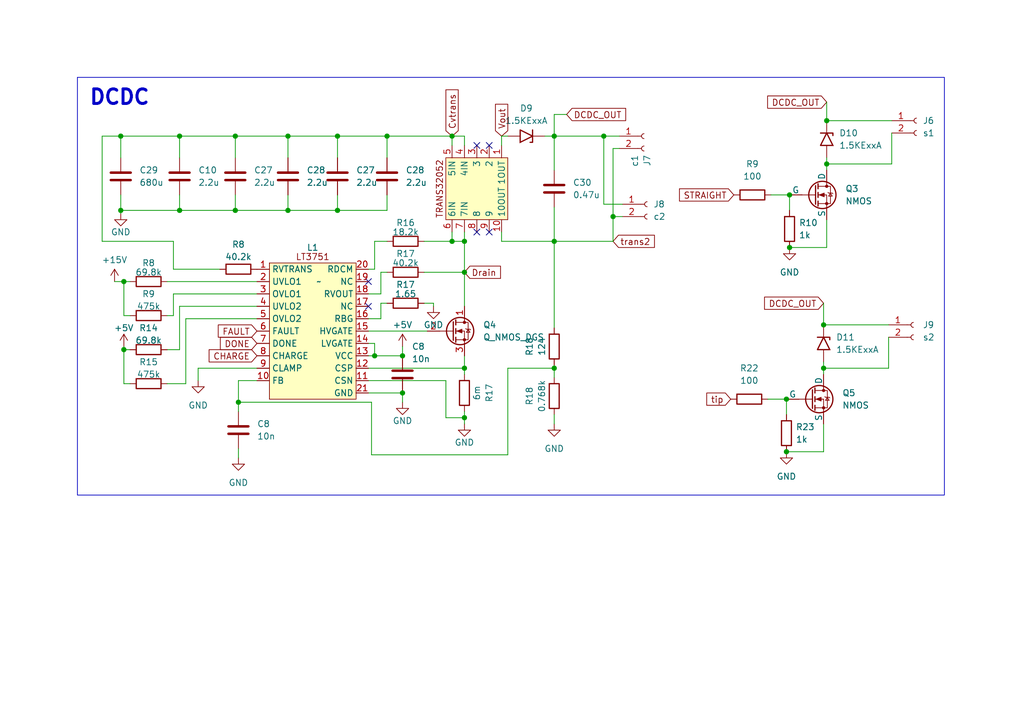
<source format=kicad_sch>
(kicad_sch (version 20230121) (generator eeschema)
  (paper "A5")
  (title_block (title "dcdc_lt3751") (date "2023-11-13") (company "Ri-one_ssl") (comment 1 "designed by Kotaro Ochiishi"))
  (lib_symbols
    (symbol "Connector:Conn_01x02_Socket" (pin_names (offset 1.016) hide)
      (property "Reference" "J" (at 0 2.54 0))
      (property "Value" "Conn_01x02_Socket" (at 0 -5.08 0))
      (symbol "Conn_01x02_Socket_1_1"
        (arc (start 0 -2.032) (mid -0.5058 -2.54) (end 0 -3.048) (stroke (width 0.1524)))
        (polyline (pts (xy -1.27 -2.54) (xy -0.508 -2.54)) (stroke (width 0.1524)))
        (polyline (pts (xy -1.27 0) (xy -0.508 0)) (stroke (width 0.1524)))
        (arc (start 0 0.508) (mid -0.5058 0) (end 0 -0.508) (stroke (width 0.1524)))
        (pin passive line (at -5.08 0 0) (length 3.81) (name "Pin_1") (number "1"))
        (pin passive line (at -5.08 -2.54 0) (length 3.81) (name "Pin_2") (number "2"))
      )
    )
    (symbol "DCDC:32052"
      (symbol "32052_1_1"
        (rectangle (start -6.35 7.62) (end 6.35 -5.08) (fill (type background)))
        (text "TRANS32052" (at 0 8.89 0) (effects (font (size 1.27 1.27))))
        (pin input line (at 8.89 -3.81 180) (length 2.54) (name "1OUT") (number "1"))
        (pin input line (at -8.89 -3.81 0) (length 2.54) (name "10OUT") (number "10"))
        (pin input line (at 8.89 -1.27 180) (length 2.54) (name "2") (number "2"))
        (pin input line (at 8.89 1.27 180) (length 2.54) (name "3") (number "3"))
        (pin input line (at 8.89 3.81 180) (length 2.54) (name "4IN") (number "4"))
        (pin input line (at 8.89 6.35 180) (length 2.54) (name "5IN") (number "5"))
        (pin input line (at -8.89 6.35 0) (length 2.54) (name "6IN") (number "6"))
        (pin input line (at -8.89 3.81 0) (length 2.54) (name "7IN") (number "7"))
        (pin input line (at -8.89 1.27 0) (length 2.54) (name "8") (number "8"))
        (pin input line (at -8.89 -1.27 0) (length 2.54) (name "9") (number "9"))
      )
    )
    (symbol "DCDC:LT3751"
      (property "Reference" "L1" (at -11.43 29.845 0))
      (property "Value" "~" (at -10.16 22.86 0))
      (symbol "LT3751_1_1"
        (rectangle (start -20.32 26.67) (end -2.54 -1.27) (fill (type background)))
        (text "LT3751" (at -11.43 27.94 0) (effects (font (size 1.27 1.27))))
        (pin input line (at -22.86 25.4 0) (length 2.54) (name "RVTRANS") (number "1"))
        (pin input line (at -22.86 2.54 0) (length 2.54) (name "FB") (number "10"))
        (pin input line (at 0 2.54 180) (length 2.54) (name "CSN") (number "11"))
        (pin input line (at 0 5.08 180) (length 2.54) (name "CSP") (number "12"))
        (pin input line (at 0 7.62 180) (length 2.54) (name "VCC") (number "13"))
        (pin input line (at 0 10.16 180) (length 2.54) (name "LVGATE") (number "14"))
        (pin input line (at 0 12.7 180) (length 2.54) (name "HVGATE") (number "15"))
        (pin input line (at 0 15.24 180) (length 2.54) (name "RBG") (number "16"))
        (pin input line (at 0 17.78 180) (length 2.54) (name "NC") (number "17"))
        (pin input line (at 0 20.32 180) (length 2.54) (name "RVOUT") (number "18"))
        (pin input line (at 0 22.86 180) (length 2.54) (name "NC") (number "19"))
        (pin input line (at -22.86 22.86 0) (length 2.54) (name "UVLO1") (number "2"))
        (pin input line (at 0 25.4 180) (length 2.54) (name "RDCM") (number "20"))
        (pin input line (at 0 0 180) (length 2.54) (name "GND") (number "21"))
        (pin input line (at -22.86 20.32 0) (length 2.54) (name "OVLO1") (number "3"))
        (pin input line (at -22.86 17.78 0) (length 2.54) (name "UVLO2") (number "4"))
        (pin input line (at -22.86 15.24 0) (length 2.54) (name "OVLO2") (number "5"))
        (pin input line (at -22.86 12.7 0) (length 2.54) (name "FAULT") (number "6"))
        (pin input line (at -22.86 10.16 0) (length 2.54) (name "DONE") (number "7"))
        (pin input line (at -22.86 7.62 0) (length 2.54) (name "CHARGE") (number "8"))
        (pin input line (at -22.86 5.08 0) (length 2.54) (name "CLAMP") (number "9"))
      )
    )
    (symbol "Device:C" (pin_numbers hide) (pin_names (offset 0.254))
      (property "Reference" "C" (at 0.635 2.54 0))
      (property "Value" "C" (at 0.635 -2.54 0))
      (symbol "C_0_1"
        (polyline (pts (xy -2.032 -0.762) (xy 2.032 -0.762)) (stroke (width 0.508)))
        (polyline (pts (xy -2.032 0.762) (xy 2.032 0.762)) (stroke (width 0.508)))
      )
      (symbol "C_1_1"
        (pin passive line (at 0 3.81 270) (length 2.794) (name "~") (number "1"))
        (pin passive line (at 0 -3.81 90) (length 2.794) (name "~") (number "2"))
      )
    )
    (symbol "Device:Q_NMOS_DGS" (pin_names (offset 0) hide)
      (property "Reference" "Q" (at 5.08 1.27 0))
      (property "Value" "Q_NMOS_DGS" (at 5.08 -1.27 0))
      (symbol "Q_NMOS_DGS_0_1"
        (polyline (pts (xy 0.254 0) (xy -2.54 0)))
        (polyline (pts (xy 0.254 1.905) (xy 0.254 -1.905)) (stroke (width 0.254)))
        (polyline (pts (xy 0.762 -1.27) (xy 0.762 -2.286)) (stroke (width 0.254)))
        (polyline (pts (xy 0.762 0.508) (xy 0.762 -0.508)) (stroke (width 0.254)))
        (polyline (pts (xy 0.762 2.286) (xy 0.762 1.27)) (stroke (width 0.254)))
        (polyline (pts (xy 2.54 2.54) (xy 2.54 1.778)))
        (polyline (pts (xy 2.54 -2.54) (xy 2.54 0) (xy 0.762 0)))
        (polyline (pts (xy 0.762 -1.778) (xy 3.302 -1.778) (xy 3.302 1.778) (xy 0.762 1.778)))
        (polyline (pts (xy 1.016 0) (xy 2.032 0.381) (xy 2.032 -0.381) (xy 1.016 0)) (fill (type outline)))
        (polyline (pts (xy 2.794 0.508) (xy 2.921 0.381) (xy 3.683 0.381) (xy 3.81 0.254)))
        (polyline (pts (xy 3.302 0.381) (xy 2.921 -0.254) (xy 3.683 -0.254) (xy 3.302 0.381)))
        (circle (center 1.651 0) (radius 2.794) (stroke (width 0.254)))
        (circle (center 2.54 -1.778) (radius 0.254) (fill (type outline)))
        (circle (center 2.54 1.778) (radius 0.254) (fill (type outline)))
      )
      (symbol "Q_NMOS_DGS_1_1"
        (pin passive line (at 2.54 5.08 270) (length 2.54) (name "D") (number "1"))
        (pin input line (at -5.08 0 0) (length 2.54) (name "G") (number "2"))
        (pin passive line (at 2.54 -5.08 90) (length 2.54) (name "S") (number "3"))
      )
    )
    (symbol "Device:R" (pin_numbers hide) (pin_names (offset 0))
      (property "Reference" "R" (at 2.032 0 90))
      (property "Value" "R" (at 0 0 90))
      (symbol "R_0_1"
        (rectangle (start -1.016 -2.54) (end 1.016 2.54) (stroke (width 0.254)))
      )
      (symbol "R_1_1"
        (pin passive line (at 0 3.81 270) (length 1.27) (name "~") (number "1"))
        (pin passive line (at 0 -3.81 90) (length 1.27) (name "~") (number "2"))
      )
    )
    (symbol "Diode:1.5KExxA" (pin_numbers hide) (pin_names (offset 1.016) hide)
      (property "Reference" "D" (at 0 2.54 0))
      (property "Value" "1.5KExxA" (at 0 -2.54 0))
      (symbol "1.5KExxA_0_1"
        (polyline (pts (xy -0.762 1.27) (xy -1.27 1.27) (xy -1.27 -1.27)) (stroke (width 0.254)))
        (polyline (pts (xy 1.27 1.27) (xy 1.27 -1.27) (xy -1.27 0) (xy 1.27 1.27)) (stroke (width 0.254)))
      )
      (symbol "1.5KExxA_1_1"
        (pin passive line (at -3.81 0 0) (length 2.54) (name "A1") (number "1"))
        (pin passive line (at 3.81 0 180) (length 2.54) (name "A2") (number "2"))
      )
    )
    (symbol "Simulation_SPICE:NMOS" (pin_numbers hide) (pin_names (offset 0))
      (property "Reference" "Q" (at 5.08 1.27 0))
      (property "Value" "NMOS" (at 5.08 -1.27 0))
      (symbol "NMOS_0_1"
        (polyline (pts (xy 0.254 0) (xy -2.54 0)))
        (polyline (pts (xy 0.254 1.905) (xy 0.254 -1.905)) (stroke (width 0.254)))
        (polyline (pts (xy 0.762 -1.27) (xy 0.762 -2.286)) (stroke (width 0.254)))
        (polyline (pts (xy 0.762 0.508) (xy 0.762 -0.508)) (stroke (width 0.254)))
        (polyline (pts (xy 0.762 2.286) (xy 0.762 1.27)) (stroke (width 0.254)))
        (polyline (pts (xy 2.54 2.54) (xy 2.54 1.778)))
        (polyline (pts (xy 2.54 -2.54) (xy 2.54 0) (xy 0.762 0)))
        (polyline (pts (xy 0.762 -1.778) (xy 3.302 -1.778) (xy 3.302 1.778) (xy 0.762 1.778)))
        (polyline (pts (xy 1.016 0) (xy 2.032 0.381) (xy 2.032 -0.381) (xy 1.016 0)) (fill (type outline)))
        (polyline (pts (xy 2.794 0.508) (xy 2.921 0.381) (xy 3.683 0.381) (xy 3.81 0.254)))
        (polyline (pts (xy 3.302 0.381) (xy 2.921 -0.254) (xy 3.683 -0.254) (xy 3.302 0.381)))
        (circle (center 1.651 0) (radius 2.794) (stroke (width 0.254)))
        (circle (center 2.54 -1.778) (radius 0.254) (fill (type outline)))
        (circle (center 2.54 1.778) (radius 0.254) (fill (type outline)))
      )
      (symbol "NMOS_1_1"
        (pin passive line (at 2.54 5.08 270) (length 2.54) (name "D") (number "1"))
        (pin input line (at -5.08 0 0) (length 2.54) (name "G") (number "2"))
        (pin passive line (at 2.54 -5.08 90) (length 2.54) (name "S") (number "3"))
      )
    )
    (symbol "power:+15V" (power) (pin_names (offset 0))
      (property "Value" "+15V" (at 0 3.556 0))
      (symbol "+15V_0_1"
        (polyline (pts (xy -0.762 1.27) (xy 0 2.54)))
        (polyline (pts (xy 0 0) (xy 0 2.54)))
        (polyline (pts (xy 0 2.54) (xy 0.762 1.27)))
      )
      (symbol "+15V_1_1"
        (pin power_in line (at 0 0 90) (length 0) hide (name "+15V") (number "1"))
      )
    )
    (symbol "power:+5V" (power) (pin_names (offset 0))
      (property "Value" "+5V" (at 0 3.556 0))
      (symbol "+5V_0_1"
        (polyline (pts (xy -0.762 1.27) (xy 0 2.54)))
        (polyline (pts (xy 0 0) (xy 0 2.54)))
        (polyline (pts (xy 0 2.54) (xy 0.762 1.27)))
      )
      (symbol "+5V_1_1"
        (pin power_in line (at 0 0 90) (length 0) hide (name "+5V") (number "1"))
      )
    )
    (symbol "power:GND" (power) (pin_names (offset 0))
      (property "Value" "GND" (at 0 -3.81 0))
      (symbol "GND_0_1"
        (polyline (pts (xy 0 0) (xy 0 -1.27) (xy 1.27 -1.27) (xy 0 -2.54) (xy -1.27 -1.27) (xy 0 -1.27)))
      )
      (symbol "GND_1_1"
        (pin power_in line (at 0 0 270) (length 0) hide (name "GND") (number "1"))
      )
    )
  )
  (junction (at 113.665 49.53))
  (junction (at 169.545 24.765))
  (junction (at 161.29 81.915))
  (junction (at 123.825 27.94))
  (junction (at 161.925 50.8))
  (junction (at 168.91 75.565))
  (junction (at 76.835 73.025))
  (junction (at 25.4 57.785))
  (junction (at 161.29 92.71))
  (junction (at 79.375 27.94))
  (junction (at 59.055 27.94))
  (junction (at 169.545 33.655))
  (junction (at 95.25 85.725))
  (junction (at 36.83 27.94))
  (junction (at 92.71 27.94))
  (junction (at 113.665 27.94))
  (junction (at 48.26 27.94))
  (junction (at 82.55 73.025))
  (junction (at 161.925 40.005))
  (junction (at 69.215 27.94))
  (junction (at 125.73 44.45))
  (junction (at 24.765 27.94))
  (junction (at 48.895 82.55))
  (junction (at 113.665 75.565))
  (junction (at 95.25 75.565))
  (junction (at 95.25 49.53))
  (junction (at 25.4 71.755))
  (junction (at 36.83 43.18))
  (junction (at 59.055 43.18))
  (junction (at 95.25 55.88))
  (junction (at 82.55 80.645))
  (junction (at 24.765 43.18))
  (junction (at 168.91 66.675))
  (junction (at 92.71 49.53))
  (junction (at 69.215 43.18))
  (junction (at 48.26 43.18))
  (no_connect (at 75.565 57.785))
  (no_connect (at 75.565 62.865))
  (no_connect (at 100.33 47.625))
  (no_connect (at 97.79 47.625))
  (no_connect (at 100.33 29.845))
  (no_connect (at 97.79 29.845))
  (wire (pts (xy 113.665 74.93) (xy 113.665 75.565)))
  (wire (pts (xy 76.835 49.53) (xy 79.375 49.53)))
  (wire (pts (xy 25.4 64.77) (xy 26.67 64.77)))
  (wire (pts (xy 113.665 27.94) (xy 123.825 27.94)))
  (wire (pts (xy 168.91 86.995) (xy 168.91 92.71)))
  (wire (pts (xy 92.71 49.53) (xy 95.25 49.53)))
  (wire (pts (xy 95.25 75.565) (xy 95.25 73.025)))
  (wire (pts (xy 78.105 55.88) (xy 78.105 60.325)))
  (wire (pts (xy 113.665 49.53) (xy 113.665 67.31)))
  (wire (pts (xy 113.665 75.565) (xy 113.665 77.47)))
  (wire (pts (xy 123.825 27.94) (xy 123.825 41.91)))
  (wire (pts (xy 113.665 49.53) (xy 125.73 49.53)))
  (wire (pts (xy 59.055 27.94) (xy 59.055 32.385)))
  (wire (pts (xy 113.665 27.94) (xy 113.665 34.925)))
  (wire (pts (xy 24.765 27.94) (xy 36.83 27.94)))
  (wire (pts (xy 48.26 40.005) (xy 48.26 43.18)))
  (wire (pts (xy 36.83 43.18) (xy 48.26 43.18)))
  (wire (pts (xy 91.44 85.725) (xy 95.25 85.725)))
  (wire (pts (xy 82.55 73.025) (xy 76.835 73.025)))
  (wire (pts (xy 104.14 93.345) (xy 76.2 93.345)))
  (wire (pts (xy 35.56 64.77) (xy 34.29 64.77)))
  (wire (pts (xy 157.48 81.915) (xy 161.29 81.915)))
  (wire (pts (xy 169.545 20.955) (xy 169.545 24.765)))
  (wire (pts (xy 79.375 43.18) (xy 69.215 43.18)))
  (wire (pts (xy 38.1 65.405) (xy 38.1 78.74)))
  (wire (pts (xy 86.995 49.53) (xy 92.71 49.53)))
  (wire (pts (xy 79.375 27.94) (xy 79.375 32.385)))
  (wire (pts (xy 25.4 71.755) (xy 26.67 71.755)))
  (wire (pts (xy 48.895 82.55) (xy 48.895 84.455)))
  (wire (pts (xy 24.765 43.815) (xy 24.765 43.18)))
  (wire (pts (xy 35.56 49.53) (xy 35.56 55.245)))
  (wire (pts (xy 102.87 49.53) (xy 113.665 49.53)))
  (wire (pts (xy 161.925 40.005) (xy 161.925 43.18)))
  (wire (pts (xy 95.25 27.94) (xy 92.71 27.94)))
  (wire (pts (xy 169.545 24.765) (xy 182.88 24.765)))
  (wire (pts (xy 36.83 43.18) (xy 36.83 40.005)))
  (wire (pts (xy 168.91 62.23) (xy 168.91 66.675)))
  (wire (pts (xy 76.2 93.345) (xy 76.2 82.55)))
  (wire (pts (xy 86.995 62.23) (xy 88.9 62.23)))
  (wire (pts (xy 38.1 78.74) (xy 34.29 78.74)))
  (wire (pts (xy 82.55 82.55) (xy 82.55 80.645)))
  (wire (pts (xy 95.25 75.565) (xy 95.25 76.835)))
  (wire (pts (xy 69.215 27.94) (xy 79.375 27.94)))
  (wire (pts (xy 82.55 71.12) (xy 82.55 73.025)))
  (wire (pts (xy 78.105 60.325) (xy 75.565 60.325)))
  (wire (pts (xy 25.4 71.755) (xy 25.4 78.74)))
  (wire (pts (xy 75.565 70.485) (xy 76.835 70.485)))
  (wire (pts (xy 48.895 82.55) (xy 76.2 82.55)))
  (wire (pts (xy 91.44 78.105) (xy 91.44 85.725)))
  (wire (pts (xy 75.565 55.245) (xy 76.835 55.245)))
  (wire (pts (xy 75.565 75.565) (xy 95.25 75.565)))
  (wire (pts (xy 34.29 71.755) (xy 36.83 71.755)))
  (wire (pts (xy 76.835 73.025) (xy 75.565 73.025)))
  (wire (pts (xy 102.87 47.625) (xy 102.87 49.53)))
  (wire (pts (xy 168.91 75.565) (xy 182.245 75.565)))
  (wire (pts (xy 35.56 60.325) (xy 52.705 60.325)))
  (wire (pts (xy 78.105 55.88) (xy 79.375 55.88)))
  (wire (pts (xy 23.495 57.785) (xy 25.4 57.785)))
  (wire (pts (xy 48.26 27.94) (xy 59.055 27.94)))
  (wire (pts (xy 95.25 29.845) (xy 95.25 27.94)))
  (wire (pts (xy 92.71 27.94) (xy 92.71 29.845)))
  (wire (pts (xy 168.91 74.295) (xy 168.91 75.565)))
  (wire (pts (xy 88.9 62.23) (xy 88.9 62.865)))
  (wire (pts (xy 95.25 55.88) (xy 95.25 62.865)))
  (wire (pts (xy 76.835 70.485) (xy 76.835 73.025)))
  (wire (pts (xy 59.055 43.18) (xy 59.055 40.005)))
  (wire (pts (xy 76.835 55.245) (xy 76.835 49.53)))
  (wire (pts (xy 40.64 78.105) (xy 40.64 75.565)))
  (wire (pts (xy 111.76 27.94) (xy 113.665 27.94)))
  (wire (pts (xy 75.565 67.945) (xy 87.63 67.945)))
  (wire (pts (xy 36.83 27.94) (xy 48.26 27.94)))
  (wire (pts (xy 169.545 32.385) (xy 169.545 33.655)))
  (wire (pts (xy 36.83 71.755) (xy 36.83 62.865)))
  (wire (pts (xy 20.955 49.53) (xy 20.955 27.94)))
  (wire (pts (xy 35.56 55.245) (xy 45.085 55.245)))
  (wire (pts (xy 36.83 27.94) (xy 36.83 32.385)))
  (wire (pts (xy 78.105 62.23) (xy 79.375 62.23)))
  (wire (pts (xy 113.665 85.09) (xy 113.665 86.995)))
  (wire (pts (xy 40.64 75.565) (xy 52.705 75.565)))
  (wire (pts (xy 123.825 41.91) (xy 127.635 41.91)))
  (wire (pts (xy 20.955 27.94) (xy 24.765 27.94)))
  (wire (pts (xy 69.215 40.005) (xy 69.215 43.18)))
  (wire (pts (xy 24.765 40.005) (xy 24.765 43.18)))
  (wire (pts (xy 48.895 78.105) (xy 52.705 78.105)))
  (wire (pts (xy 169.545 33.655) (xy 169.545 34.925)))
  (wire (pts (xy 182.88 33.655) (xy 182.88 27.305)))
  (wire (pts (xy 169.545 45.085) (xy 169.545 50.8)))
  (wire (pts (xy 25.4 71.12) (xy 25.4 71.755)))
  (wire (pts (xy 169.545 50.8) (xy 161.925 50.8)))
  (wire (pts (xy 95.25 49.53) (xy 95.25 47.625)))
  (wire (pts (xy 102.87 29.845) (xy 102.87 27.94)))
  (wire (pts (xy 92.71 47.625) (xy 92.71 49.53)))
  (wire (pts (xy 123.825 27.94) (xy 127 27.94)))
  (wire (pts (xy 168.91 66.675) (xy 182.245 66.675)))
  (wire (pts (xy 75.565 78.105) (xy 91.44 78.105)))
  (wire (pts (xy 35.56 60.325) (xy 35.56 64.77)))
  (wire (pts (xy 95.25 49.53) (xy 95.25 55.88)))
  (wire (pts (xy 34.29 57.785) (xy 52.705 57.785)))
  (wire (pts (xy 25.4 57.785) (xy 26.67 57.785)))
  (wire (pts (xy 125.73 44.45) (xy 127.635 44.45)))
  (wire (pts (xy 75.565 80.645) (xy 82.55 80.645)))
  (wire (pts (xy 127 30.48) (xy 125.73 30.48)))
  (wire (pts (xy 168.91 92.71) (xy 161.29 92.71)))
  (wire (pts (xy 25.4 78.74) (xy 26.67 78.74)))
  (wire (pts (xy 125.73 49.53) (xy 125.73 44.45)))
  (wire (pts (xy 113.665 49.53) (xy 113.665 42.545)))
  (wire (pts (xy 182.245 75.565) (xy 182.245 69.215)))
  (wire (pts (xy 95.25 84.455) (xy 95.25 85.725)))
  (wire (pts (xy 102.87 27.94) (xy 104.14 27.94)))
  (wire (pts (xy 95.25 85.725) (xy 95.25 86.995)))
  (wire (pts (xy 75.565 65.405) (xy 78.105 65.405)))
  (wire (pts (xy 59.055 43.18) (xy 69.215 43.18)))
  (wire (pts (xy 113.665 23.495) (xy 113.665 27.94)))
  (wire (pts (xy 25.4 57.785) (xy 25.4 64.77)))
  (wire (pts (xy 48.895 92.075) (xy 48.895 93.98)))
  (wire (pts (xy 168.91 75.565) (xy 168.91 76.835)))
  (wire (pts (xy 36.83 62.865) (xy 52.705 62.865)))
  (wire (pts (xy 79.375 27.94) (xy 92.71 27.94)))
  (wire (pts (xy 104.14 75.565) (xy 104.14 93.345)))
  (wire (pts (xy 38.1 65.405) (xy 52.705 65.405)))
  (wire (pts (xy 48.26 43.18) (xy 59.055 43.18)))
  (wire (pts (xy 48.26 27.94) (xy 48.26 32.385)))
  (wire (pts (xy 86.995 55.88) (xy 95.25 55.88)))
  (wire (pts (xy 48.895 78.105) (xy 48.895 82.55)))
  (wire (pts (xy 161.29 81.915) (xy 161.29 85.09)))
  (wire (pts (xy 24.765 43.18) (xy 36.83 43.18)))
  (wire (pts (xy 35.56 49.53) (xy 20.955 49.53)))
  (wire (pts (xy 116.205 23.495) (xy 113.665 23.495)))
  (wire (pts (xy 125.73 30.48) (xy 125.73 44.45)))
  (wire (pts (xy 59.055 27.94) (xy 69.215 27.94)))
  (wire (pts (xy 78.105 65.405) (xy 78.105 62.23)))
  (wire (pts (xy 158.115 40.005) (xy 161.925 40.005)))
  (wire (pts (xy 24.765 32.385) (xy 24.765 27.94)))
  (wire (pts (xy 113.665 75.565) (xy 104.14 75.565)))
  (wire (pts (xy 79.375 40.005) (xy 79.375 43.18)))
  (wire (pts (xy 169.545 33.655) (xy 182.88 33.655)))
  (wire (pts (xy 69.215 27.94) (xy 69.215 32.385)))
  (text_box "DCDC" (at 15.875 15.875 0) (size 177.8 85.725) (effects (font (size 3 3) (thickness 0.6) bold) (justify left top)))
  (global_label "DONE" (shape input) (at 52.705 70.485 180) (property "Intersheetrefs" "${INTERSHEET_REFS}" (effects hide)))
  (global_label "Drain" (shape input) (at 95.25 55.88 0) (property "Intersheetrefs" "${INTERSHEET_REFS}" (effects hide)))
  (global_label "CHARGE" (shape input) (at 52.705 73.025 180) (property "Intersheetrefs" "${INTERSHEET_REFS}" (effects hide)))
  (global_label "STRAIGHT" (shape input) (at 150.495 40.005 180) (property "Intersheetrefs" "${INTERSHEET_REFS}" (effects hide)))
  (global_label "DCDC_OUT" (shape input) (at 116.205 23.495 0) (property "Intersheetrefs" "${INTERSHEET_REFS}" (effects hide)))
  (global_label "DCDC_OUT" (shape input) (at 169.545 20.955 180) (property "Intersheetrefs" "${INTERSHEET_REFS}" (effects hide)))
  (global_label "DCDC_OUT" (shape input) (at 168.91 62.23 180) (property "Intersheetrefs" "${INTERSHEET_REFS}" (effects hide)))
  (global_label "tip" (shape input) (at 149.86 81.915 180) (property "Intersheetrefs" "${INTERSHEET_REFS}" (effects hide)))
  (global_label "trans2" (shape input) (at 125.73 49.53 0) (property "Intersheetrefs" "${INTERSHEET_REFS}" (effects hide)))
  (global_label "FAULT" (shape input) (at 52.705 67.945 180) (property "Intersheetrefs" "${INTERSHEET_REFS}" (effects hide)))
  (global_label "Cvtrans" (shape input) (at 92.71 27.94 90) (property "Intersheetrefs" "${INTERSHEET_REFS}" (effects hide)))
  (global_label "Vout" (shape input) (at 102.87 27.94 90) (property "Intersheetrefs" "${INTERSHEET_REFS}" (effects hide)))
  (symbol (lib_id "power:GND") (at 88.9 62.865 0) (unit 1)
    (property "Reference" "#PWR03" (effects hide))
    (property "Value" "GND" (at 88.9 66.675 0))
    (instances (project "231107_ssl_subboard_v1.0" (path "" (reference "#PWR03") (unit 1)) (path "" (reference "#PWR053") (unit 1))))
  )
  (symbol (lib_id "Diode:1.5KExxA") (at 168.91 70.485 270) (unit 1)
    (property "Reference" "D11" (at 171.45 69.215 90) (effects (justify left)))
    (property "Value" "1.5KExxA" (at 171.45 71.755 90) (effects (justify left)))
    (property "Footprint" "Diode_SMD:D_SOD-123" (effects hide))
    (property "Datasheet" "https://www.vishay.com/docs/88301/15ke.pdf" (effects hide))
  )
  (symbol (lib_id "power:GND") (at 161.925 50.8 0) (unit 1)
    (property "Reference" "#PWR051" (effects hide))
    (property "Value" "GND" (at 161.925 55.88 0))
  )
  (symbol (lib_id "Device:R") (at 30.48 71.755 90) (unit 1)
    (property "Reference" "R14" (at 30.48 67.31 90))
    (property "Value" "69.8k" (at 30.48 69.85 90))
    (property "Footprint" "Resistor_SMD:R_0603_1608Metric" (effects hide))
    (instances (project "231107_ssl_subboard_v1.0" (path "" (reference "R14") (unit 1)) (path "" (reference "R18") (unit 1))) (project "dcdc0603" (path "" (reference "RSOURCE1") (unit 1))))
  )
  (symbol (lib_id "Device:Q_NMOS_DGS") (at 92.71 67.945 0) (unit 1)
    (property "Reference" "Q4" (at 99.06 66.675 0) (effects (justify left)))
    (property "Value" "Q_NMOS_DGS" (at 99.06 69.215 0) (effects (justify left)))
    (property "Footprint" "DCDC1_library:tk20a60u" (effects hide))
  )
  (symbol (lib_id "Device:R") (at 95.25 80.645 0) (unit 1)
    (property "Reference" "R17" (at 100.33 80.645 90))
    (property "Value" "6m" (at 97.79 80.645 90))
    (property "Footprint" "Resistor_SMD:R_2512_6332Metric" (effects hide))
    (instances (project "231107_ssl_subboard_v1.0" (path "" (reference "R17") (unit 1)) (path "" (reference "R20") (unit 1))) (project "dcdc0603" (path "" (reference "RSOURCE1") (unit 1))))
  )
  (symbol (lib_id "power:GND") (at 24.765 43.815 0) (unit 1)
    (property "Reference" "#PWR03" (effects hide))
    (property "Value" "GND" (at 24.765 47.625 0))
    (instances (project "231107_ssl_subboard_v1.0" (path "" (reference "#PWR03") (unit 1)) (path "" (reference "#PWR050") (unit 1))))
  )
  (symbol (lib_id "power:GND") (at 48.895 93.98 0) (unit 1)
    (property "Reference" "#PWR03" (effects hide))
    (property "Value" "GND" (at 48.895 99.06 0))
    (instances (project "231107_ssl_subboard_v1.0" (path "" (reference "#PWR03") (unit 1)) (path "" (reference "#PWR061") (unit 1))))
  )
  (symbol (lib_id "Device:R") (at 113.665 81.28 180) (unit 1)
    (property "Reference" "R18" (at 108.585 81.28 90))
    (property "Value" "0.768k" (at 111.125 81.28 90))
    (property "Footprint" "Resistor_SMD:R_0603_1608Metric" (effects hide))
    (instances (project "231107_ssl_subboard_v1.0" (path "" (reference "R18") (unit 1)) (path "" (reference "R21") (unit 1))) (project "dcdc0603" (path "" (reference "RSOURCE1") (unit 1))))
  )
  (symbol (lib_id "Device:R") (at 153.67 81.915 90) (unit 1)
    (property "Reference" "R22" (at 153.67 75.565 90))
    (property "Value" "100" (at 153.67 78.105 90))
    (property "Footprint" "Resistor_SMD:R_0603_1608Metric" (effects hide))
  )
  (symbol (lib_id "Device:C") (at 48.26 36.195 0) (unit 1)
    (property "Reference" "C27" (at 52.07 34.925 0) (effects (justify left)))
    (property "Value" "2.2u" (at 52.07 37.465 0) (effects (justify left)))
    (property "Footprint" "C_0603_1608Metric" (effects hide))
    (instances (project "231107_ssl_subboard_v1.0" (path "" (reference "C27") (unit 1)) (path "" (reference "C23") (unit 1))))
  )
  (symbol (lib_id "Device:R") (at 30.48 78.74 90) (unit 1)
    (property "Reference" "R15" (at 30.48 74.295 90))
    (property "Value" "475k" (at 30.48 76.835 90))
    (property "Footprint" "Resistor_SMD:R_0603_1608Metric" (effects hide))
    (instances (project "231107_ssl_subboard_v1.0" (path "" (reference "R15") (unit 1)) (path "" (reference "R19") (unit 1))) (project "dcdc0603" (path "" (reference "RSOURCE1") (unit 1))))
  )
  (symbol (lib_id "power:GND") (at 40.64 78.105 0) (unit 1)
    (property "Reference" "#PWR03" (effects hide))
    (property "Value" "GND" (at 40.64 83.185 0))
    (instances (project "231107_ssl_subboard_v1.0" (path "" (reference "#PWR03") (unit 1)) (path "" (reference "#PWR056") (unit 1))))
  )
  (symbol (lib_id "Device:C") (at 48.895 88.265 0) (unit 1)
    (property "Reference" "C8" (at 52.705 86.995 0) (effects (justify left)))
    (property "Value" "10n" (at 52.705 89.535 0) (effects (justify left)))
    (property "Footprint" "C_0603_1608Metric" (effects hide))
    (instances (project "231107_ssl_subboard_v1.0" (path "" (reference "C8") (unit 1)) (path "" (reference "C29") (unit 1))))
  )
  (symbol (lib_id "Device:R") (at 154.305 40.005 90) (unit 1)
    (property "Reference" "R9" (at 154.305 33.655 90))
    (property "Value" "100" (at 154.305 36.195 90))
    (property "Footprint" "Resistor_SMD:R_0603_1608Metric" (effects hide))
  )
  (symbol (lib_id "DCDC:LT3751") (at 75.565 80.645 0) (unit 1)
    (property "Reference" "L1" (at 64.135 50.8 0))
    (property "Value" "~" (at 65.405 57.785 0))
    (property "Footprint" "digikey-footprints:TSSOP-20-1EP_W4.4mm" (effects hide))
  )
  (symbol (lib_id "power:GND") (at 82.55 82.55 0) (mirror y) (unit 1)
    (property "Reference" "#PWR03" (effects hide))
    (property "Value" "GND" (at 82.55 86.36 0))
    (instances (project "231107_ssl_subboard_v1.0" (path "" (reference "#PWR03") (unit 1)) (path "" (reference "#PWR057") (unit 1))))
  )
  (symbol (lib_id "Device:C") (at 79.375 36.195 0) (unit 1)
    (property "Reference" "C28" (at 83.185 34.925 0) (effects (justify left)))
    (property "Value" "2.2u" (at 83.185 37.465 0) (effects (justify left)))
    (property "Footprint" "C_0603_1608Metric" (effects hide))
    (instances (project "231107_ssl_subboard_v1.0" (path "" (reference "C28") (unit 1)) (path "" (reference "C26") (unit 1))))
  )
  (symbol (lib_id "Device:C") (at 69.215 36.195 0) (unit 1)
    (property "Reference" "C27" (at 73.025 34.925 0) (effects (justify left)))
    (property "Value" "2.2u" (at 73.025 37.465 0) (effects (justify left)))
    (property "Footprint" "C_0603_1608Metric" (effects hide))
    (instances (project "231107_ssl_subboard_v1.0" (path "" (reference "C27") (unit 1)) (path "" (reference "C25") (unit 1))))
  )
  (symbol (lib_id "Simulation_SPICE:NMOS") (at 166.37 81.915 0) (unit 1)
    (property "Reference" "Q5" (at 172.72 80.645 0) (effects (justify left)))
    (property "Value" "NMOS" (at 172.72 83.185 0) (effects (justify left)))
    (property "Footprint" "digikey-footprints:IRFP150NPbF" (effects hide))
    (property "Datasheet" "https://ngspice.sourceforge.io/docs/ngspice-manual.pdf" (effects hide))
    (property "Sim.Device" "NMOS" (effects hide))
    (property "Sim.Type" "VDMOS" (effects hide))
    (property "Sim.Pins" "1=D 2=G 3=S" (effects hide))
  )
  (symbol (lib_id "Diode:1.5KExxA") (at 169.545 28.575 270) (unit 1)
    (property "Reference" "D10" (at 172.085 27.305 90) (effects (justify left)))
    (property "Value" "1.5KExxA" (at 172.085 29.845 90) (effects (justify left)))
    (property "Footprint" "digikey-footprints:SOD-123" (effects hide))
    (property "Datasheet" "https://www.vishay.com/docs/88301/15ke.pdf" (effects hide))
  )
  (symbol (lib_id "Device:R") (at 83.185 55.88 90) (unit 1)
    (property "Reference" "R17" (at 83.185 52.07 90))
    (property "Value" "40.2k" (at 83.185 53.975 90))
    (property "Footprint" "Resistor_SMD:R_0603_1608Metric" (effects hide))
    (instances (project "231107_ssl_subboard_v1.0" (path "" (reference "R17") (unit 1)) (path "" (reference "Rvout1") (unit 1))) (project "dcdc0603" (path "" (reference "RSOURCE1") (unit 1))))
  )
  (symbol (lib_id "DCDC:32052") (at 99.06 38.735 90) (unit 1)
    (property "Reference" "U4" (effects hide))
    (property "Footprint" "DCDC1_library:32052" (effects hide))
    (property "Datasheet" "https://www.we-online.com/components/products/datasheet/750032052.pdf" (effects hide))
    (instances (project "231107_ssl_subboard_v1.0" (path "" (reference "U4") (unit 1)) (path "" (reference "U5") (unit 1))))
  )
  (symbol (lib_id "power:GND") (at 161.29 92.71 0) (unit 1)
    (property "Reference" "#PWR060" (effects hide))
    (property "Value" "GND" (at 161.29 97.79 0))
  )
  (symbol (lib_id "Connector:Conn_01x02_Socket") (at 187.96 24.765 0) (unit 1)
    (property "Reference" "J6" (at 189.23 24.765 0) (effects (justify left)))
    (property "Value" "s1" (at 189.23 27.305 0) (effects (justify left)))
    (property "Footprint" "Connector_AMASS:AMASS_XT30UPB-F_1x02_P5.0mm_Vertical" (effects hide))
  )
  (symbol (lib_id "Connector:Conn_01x02_Socket") (at 132.08 27.94 0) (unit 1)
    (property "Reference" "J7" (at 132.715 31.75 90) (effects (justify right)))
    (property "Value" "c1" (at 130.175 31.75 90) (effects (justify right)))
    (property "Footprint" "Connector_AMASS:AMASS_XT30UPB-F_1x02_P5.0mm_Vertical" (effects hide))
  )
  (symbol (lib_id "Device:R") (at 161.925 46.99 180) (unit 1)
    (property "Reference" "R10" (at 163.83 45.72 0) (effects (justify right)))
    (property "Value" "1k" (at 163.83 48.26 0) (effects (justify right)))
    (property "Footprint" "Resistor_SMD:R_0603_1608Metric" (effects hide))
  )
  (symbol (lib_id "Device:R") (at 48.895 55.245 90) (unit 1)
    (property "Reference" "R8" (at 48.895 50.165 90))
    (property "Value" "40.2k" (at 48.895 52.705 90))
    (property "Footprint" "Resistor_SMD:R_0603_1608Metric" (effects hide))
    (instances (project "231107_ssl_subboard_v1.0" (path "" (reference "R8") (unit 1)) (path "" (reference "R12") (unit 1))) (project "dcdc0603" (path "" (reference "RSOURCE1") (unit 1))))
  )
  (symbol (lib_id "power:GND") (at 113.665 86.995 0) (unit 1)
    (property "Reference" "#PWR03" (effects hide))
    (property "Value" "GND" (at 113.665 92.075 0))
    (instances (project "231107_ssl_subboard_v1.0" (path "" (reference "#PWR03") (unit 1)) (path "" (reference "#PWR059") (unit 1))))
  )
  (symbol (lib_id "Device:C") (at 82.55 76.835 0) (unit 1)
    (property "Reference" "C8" (at 84.455 71.12 0) (effects (justify left)))
    (property "Value" "10n" (at 84.455 73.66 0) (effects (justify left)))
    (property "Footprint" "C_0603_1608Metric" (effects hide))
    (instances (project "231107_ssl_subboard_v1.0" (path "" (reference "C8") (unit 1)) (path "" (reference "C28") (unit 1))))
  )
  (symbol (lib_id "Device:R") (at 113.665 71.12 180) (unit 1)
    (property "Reference" "R18" (at 108.585 71.12 90))
    (property "Value" "124" (at 111.125 71.12 90))
    (property "Footprint" "Resistor_SMD:R_0603_1608Metric" (effects hide))
    (instances (project "231107_ssl_subboard_v1.0" (path "" (reference "R18") (unit 1)) (path "" (reference "R17") (unit 1))) (project "dcdc0603" (path "" (reference "RSOURCE1") (unit 1))))
  )
  (symbol (lib_id "Diode:1.5KExxA") (at 107.95 27.94 180) (unit 1)
    (property "Reference" "D9" (at 107.95 22.225 0))
    (property "Value" "1.5KExxA" (at 107.95 24.765 0))
    (property "Footprint" "Diode_SMD:D_2010_5025Metric" (effects hide))
    (property "Datasheet" "https://www.vishay.com/docs/88301/15ke.pdf" (effects hide))
  )
  (symbol (lib_id "Device:R") (at 30.48 64.77 90) (unit 1)
    (property "Reference" "R9" (at 30.48 60.325 90))
    (property "Value" "475k" (at 30.48 62.865 90))
    (property "Footprint" "Resistor_SMD:R_0603_1608Metric" (effects hide))
    (instances (project "231107_ssl_subboard_v1.0" (path "" (reference "R9") (unit 1)) (path "" (reference "R16") (unit 1))) (project "dcdc0603" (path "" (reference "RSOURCE1") (unit 1))))
  )
  (symbol (lib_id "power:+5V") (at 25.4 71.12 0) (unit 1)
    (property "Reference" "#PWR054" (effects hide))
    (property "Value" "+5V" (at 25.4 67.31 0))
  )
  (symbol (lib_id "Simulation_SPICE:NMOS") (at 167.005 40.005 0) (unit 1)
    (property "Reference" "Q3" (at 173.355 38.735 0) (effects (justify left)))
    (property "Value" "NMOS" (at 173.355 41.275 0) (effects (justify left)))
    (property "Footprint" "digikey-footprints:IRFP150NPbF" (effects hide))
    (property "Datasheet" "https://ngspice.sourceforge.io/docs/ngspice-manual.pdf" (effects hide))
    (property "Sim.Device" "NMOS" (effects hide))
    (property "Sim.Type" "VDMOS" (effects hide))
    (property "Sim.Pins" "1=D 2=G 3=S" (effects hide))
  )
  (symbol (lib_id "power:+5V") (at 82.55 71.12 0) (unit 1)
    (property "Reference" "#PWR055" (effects hide))
    (property "Value" "+5V" (at 82.55 66.675 0))
  )
  (symbol (lib_id "Device:R") (at 161.29 88.9 180) (unit 1)
    (property "Reference" "R23" (at 163.195 87.63 0) (effects (justify right)))
    (property "Value" "1k" (at 163.195 90.17 0) (effects (justify right)))
    (property "Footprint" "Resistor_SMD:R_0603_1608Metric" (effects hide))
  )
  (symbol (lib_id "Device:C") (at 59.055 36.195 0) (unit 1)
    (property "Reference" "C28" (at 62.865 34.925 0) (effects (justify left)))
    (property "Value" "2.2u" (at 62.865 37.465 0) (effects (justify left)))
    (property "Footprint" "C_0603_1608Metric" (effects hide))
    (instances (project "231107_ssl_subboard_v1.0" (path "" (reference "C28") (unit 1)) (path "" (reference "C24") (unit 1))))
  )
  (symbol (lib_id "Device:R") (at 83.185 49.53 90) (unit 1)
    (property "Reference" "R16" (at 83.185 45.72 90))
    (property "Value" "18.2k" (at 83.185 47.625 90))
    (property "Footprint" "Resistor_SMD:R_0603_1608Metric" (effects hide))
    (instances (project "231107_ssl_subboard_v1.0" (path "" (reference "R16") (unit 1)) (path "" (reference "Rdcm1") (unit 1))) (project "dcdc0603" (path "" (reference "RSOURCE1") (unit 1))))
  )
  (symbol (lib_id "Device:C") (at 36.83 36.195 0) (unit 1)
    (property "Reference" "C10" (at 40.64 34.925 0) (effects (justify left)))
    (property "Value" "2.2u" (at 40.64 37.465 0) (effects (justify left)))
    (property "Footprint" "C_0603_1608Metric" (effects hide))
    (instances (project "231107_ssl_subboard_v1.0" (path "" (reference "C10") (unit 1)) (path "" (reference "C22") (unit 1))))
  )
  (symbol (lib_id "power:GND") (at 95.25 86.995 0) (unit 1)
    (property "Reference" "#PWR03" (effects hide))
    (property "Value" "GND" (at 95.25 90.805 0))
    (instances (project "231107_ssl_subboard_v1.0" (path "" (reference "#PWR03") (unit 1)) (path "" (reference "#PWR058") (unit 1))))
  )
  (symbol (lib_id "Device:C") (at 24.765 36.195 0) (unit 1)
    (property "Reference" "C29" (at 28.575 34.925 0) (effects (justify left)))
    (property "Value" "680u" (at 28.575 37.465 0) (effects (justify left)))
    (property "Footprint" "Capacitor_SMD:CP_Elec_10x10.5" (effects hide))
    (instances (project "231107_ssl_subboard_v1.0" (path "" (reference "C29") (unit 1)) (path "" (reference "C21") (unit 1))))
  )
  (symbol (lib_id "power:+15V") (at 23.495 57.785 0) (unit 1)
    (property "Reference" "#PWR030" (effects hide))
    (property "Value" "+15V" (at 23.495 53.34 0))
    (instances (project "231107_ssl_subboard_v1.0" (path "" (reference "#PWR030") (unit 1)) (path "" (reference "#PWR052") (unit 1))))
  )
  (symbol (lib_id "Device:C") (at 113.665 38.735 0) (unit 1)
    (property "Reference" "C30" (at 117.475 37.465 0) (effects (justify left)))
    (property "Value" "0.47u" (at 117.475 40.005 0) (effects (justify left)))
    (property "Footprint" "C_0603_1608Metric" (effects hide))
    (instances (project "231107_ssl_subboard_v1.0" (path "" (reference "C30") (unit 1)) (path "" (reference "C27") (unit 1))))
  )
  (symbol (lib_id "Device:R") (at 30.48 57.785 90) (unit 1)
    (property "Reference" "R8" (at 30.48 53.975 90))
    (property "Value" "69.8k" (at 30.48 55.88 90))
    (property "Footprint" "Resistor_SMD:R_0603_1608Metric" (effects hide))
    (instances (project "231107_ssl_subboard_v1.0" (path "" (reference "R8") (unit 1)) (path "" (reference "R14") (unit 1))) (project "dcdc0603" (path "" (reference "RSOURCE1") (unit 1))))
  )
  (symbol (lib_id "Connector:Conn_01x02_Socket") (at 187.325 66.675 0) (unit 1)
    (property "Reference" "J9" (at 189.23 66.675 0) (effects (justify left)))
    (property "Value" "s2" (at 189.23 69.215 0) (effects (justify left)))
    (property "Footprint" "Connector_AMASS:AMASS_XT30UPB-F_1x02_P5.0mm_Vertical" (effects hide))
  )
  (symbol (lib_id "Device:R") (at 83.185 62.23 90) (unit 1)
    (property "Reference" "R17" (at 83.185 58.42 90))
    (property "Value" "1.65" (at 83.185 60.325 90))
    (property "Footprint" "Resistor_SMD:R_0603_1608Metric" (effects hide))
    (instances (project "231107_ssl_subboard_v1.0" (path "" (reference "R17") (unit 1)) (path "" (reference "R15") (unit 1))) (project "dcdc0603" (path "" (reference "RSOURCE1") (unit 1))))
  )
  (symbol (lib_id "Connector:Conn_01x02_Socket") (at 132.715 41.91 0) (unit 1)
    (property "Reference" "J8" (at 133.985 41.91 0) (effects (justify left)))
    (property "Value" "c2" (at 133.985 44.45 0) (effects (justify left)))
    (property "Footprint" "Connector_AMASS:AMASS_XT30UPB-F_1x02_P5.0mm_Vertical" (effects hide))
  )
)
</source>
